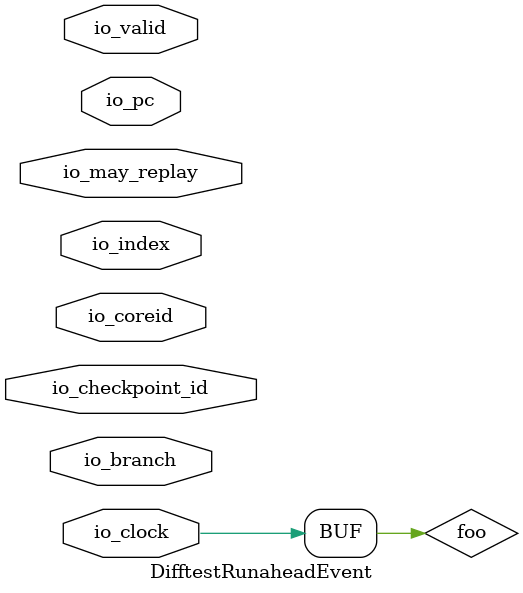
<source format=v>

module DifftestRunaheadEvent(
  input         io_clock,
input  [ 7:0] io_coreid,
input  [ 7:0] io_index,
input         io_valid,
input         io_branch,
input         io_may_replay,
input  [63:0] io_pc,
input  [63:0] io_checkpoint_id
);
wire foo = io_clock; // prevent blackbox module
`ifndef SYNTHESIS
`ifdef DIFFTEST

import "DPI-C" function void v_difftest_RunaheadEvent (
input     byte io_coreid,
input     byte io_index,
input      bit io_valid,
input      bit io_branch,
input      bit io_may_replay,
input  longint io_pc,
input  longint io_checkpoint_id
);

  always @(posedge io_clock) begin
    v_difftest_RunaheadEvent (io_coreid,io_index,io_valid,io_branch,io_may_replay,io_pc,io_checkpoint_id);
  end
`endif
`endif
endmodule

</source>
